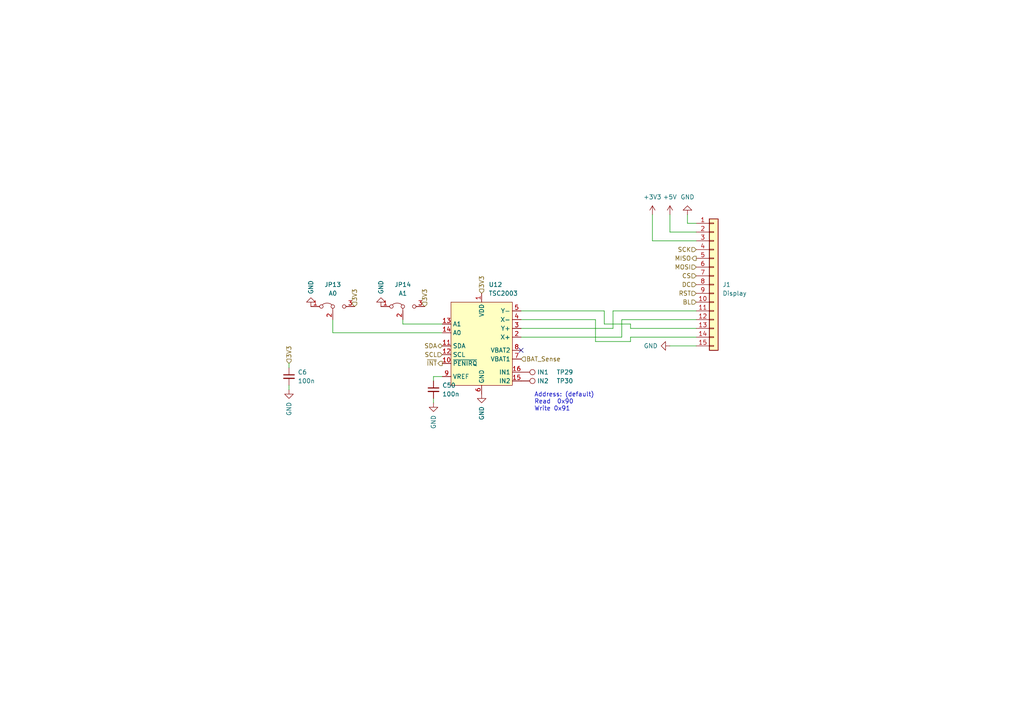
<source format=kicad_sch>
(kicad_sch (version 20211123) (generator eeschema)
  (paper "A4")
  (lib_symbols
    (symbol "Connector:TestPoint" (pin_numbers hide) (pin_names (offset 0.762) hide)
      (property "Reference" "TP" (at 0 6.858 0))
      (property "Value" "TestPoint" (at 0 5.08 0))
      (symbol "TestPoint_0_1"
        (circle (center 0 3.302) (radius 0.762))
      )
      (symbol "TestPoint_1_1"
        (pin passive line (at 0 0 90) (length 2.54) (name "1") (number "1"))
      )
    )
    (symbol "Connector_Generic:Conn_01x15" (pin_names (offset 1.016) hide)
      (property "Reference" "J" (at 0 20.32 0))
      (property "Value" "Conn_01x15" (at 0 -20.32 0))
      (symbol "Conn_01x15_1_1"
        (rectangle (start -1.27 -17.653) (end 0 -17.907) (stroke (width 0.1524)))
        (rectangle (start -1.27 -15.113) (end 0 -15.367) (stroke (width 0.1524)))
        (rectangle (start -1.27 -12.573) (end 0 -12.827) (stroke (width 0.1524)))
        (rectangle (start -1.27 -10.033) (end 0 -10.287) (stroke (width 0.1524)))
        (rectangle (start -1.27 -7.493) (end 0 -7.747) (stroke (width 0.1524)))
        (rectangle (start -1.27 -4.953) (end 0 -5.207) (stroke (width 0.1524)))
        (rectangle (start -1.27 -2.413) (end 0 -2.667) (stroke (width 0.1524)))
        (rectangle (start -1.27 0.127) (end 0 -0.127) (stroke (width 0.1524)))
        (rectangle (start -1.27 2.667) (end 0 2.413) (stroke (width 0.1524)))
        (rectangle (start -1.27 5.207) (end 0 4.953) (stroke (width 0.1524)))
        (rectangle (start -1.27 7.747) (end 0 7.493) (stroke (width 0.1524)))
        (rectangle (start -1.27 10.287) (end 0 10.033) (stroke (width 0.1524)))
        (rectangle (start -1.27 12.827) (end 0 12.573) (stroke (width 0.1524)))
        (rectangle (start -1.27 15.367) (end 0 15.113) (stroke (width 0.1524)))
        (rectangle (start -1.27 17.907) (end 0 17.653) (stroke (width 0.1524)))
        (rectangle (start -1.27 19.05) (end 1.27 -19.05) (stroke (width 0.254)) (fill (type background)))
        (pin passive line (at -5.08 17.78 0) (length 3.81) (name "Pin_1") (number "1"))
        (pin passive line (at -5.08 -5.08 0) (length 3.81) (name "Pin_10") (number "10"))
        (pin passive line (at -5.08 -7.62 0) (length 3.81) (name "Pin_11") (number "11"))
        (pin passive line (at -5.08 -10.16 0) (length 3.81) (name "Pin_12") (number "12"))
        (pin passive line (at -5.08 -12.7 0) (length 3.81) (name "Pin_13") (number "13"))
        (pin passive line (at -5.08 -15.24 0) (length 3.81) (name "Pin_14") (number "14"))
        (pin passive line (at -5.08 -17.78 0) (length 3.81) (name "Pin_15") (number "15"))
        (pin passive line (at -5.08 15.24 0) (length 3.81) (name "Pin_2") (number "2"))
        (pin passive line (at -5.08 12.7 0) (length 3.81) (name "Pin_3") (number "3"))
        (pin passive line (at -5.08 10.16 0) (length 3.81) (name "Pin_4") (number "4"))
        (pin passive line (at -5.08 7.62 0) (length 3.81) (name "Pin_5") (number "5"))
        (pin passive line (at -5.08 5.08 0) (length 3.81) (name "Pin_6") (number "6"))
        (pin passive line (at -5.08 2.54 0) (length 3.81) (name "Pin_7") (number "7"))
        (pin passive line (at -5.08 0 0) (length 3.81) (name "Pin_8") (number "8"))
        (pin passive line (at -5.08 -2.54 0) (length 3.81) (name "Pin_9") (number "9"))
      )
    )
    (symbol "Device:C_Small" (pin_numbers hide) (pin_names (offset 0.254) hide)
      (property "Reference" "C" (at 0.254 1.778 0))
      (property "Value" "C_Small" (at 0.254 -2.032 0))
      (symbol "C_Small_0_1"
        (polyline (pts (xy -1.524 -0.508) (xy 1.524 -0.508)) (stroke (width 0.3302)))
        (polyline (pts (xy -1.524 0.508) (xy 1.524 0.508)) (stroke (width 0.3048)))
      )
      (symbol "C_Small_1_1"
        (pin passive line (at 0 2.54 270) (length 2.032) (name "~") (number "1"))
        (pin passive line (at 0 -2.54 90) (length 2.032) (name "~") (number "2"))
      )
    )
    (symbol "Jumper:Jumper_3_Bridged12" (pin_names (offset 0) hide)
      (property "Reference" "JP" (at -2.54 -2.54 0))
      (property "Value" "Jumper_3_Bridged12" (at 0 2.794 0))
      (symbol "Jumper_3_Bridged12_0_0"
        (circle (center -3.302 0) (radius 0.508))
        (circle (center 0 0) (radius 0.508))
        (circle (center 3.302 0) (radius 0.508))
      )
      (symbol "Jumper_3_Bridged12_0_1"
        (arc (start -0.254 0.508) (mid -1.651 0.9912) (end -3.048 0.508))
        (polyline (pts (xy 0 -1.27) (xy 0 -0.508)))
      )
      (symbol "Jumper_3_Bridged12_1_1"
        (pin passive line (at -6.35 0 0) (length 2.54) (name "A") (number "1"))
        (pin passive line (at 0 -3.81 90) (length 2.54) (name "C") (number "2"))
        (pin passive line (at 6.35 0 180) (length 2.54) (name "B") (number "3"))
      )
    )
    (symbol "ownLib:TSC2003"
      (property "Reference" "U" (at 0 17.78 0))
      (property "Value" "TSC2003" (at 0 20.32 0))
      (symbol "TSC2003_0_0"
        (pin power_in line (at 0 15.24 270) (length 2.54) (name "VDD") (number "1"))
        (pin output line (at -11.43 -5.08 0) (length 2.54) (name "~{PENIRQ}") (number "10"))
        (pin bidirectional line (at -11.43 0 0) (length 2.54) (name "SDA") (number "11"))
        (pin input line (at -11.43 -2.54 0) (length 2.54) (name "SCL") (number "12"))
        (pin input line (at -11.43 6.35 0) (length 2.54) (name "A1") (number "13"))
        (pin input line (at -11.43 3.81 0) (length 2.54) (name "A0") (number "14"))
        (pin input line (at 11.43 -10.16 180) (length 2.54) (name "IN2") (number "15"))
        (pin input line (at 11.43 -7.62 180) (length 2.54) (name "IN1") (number "16"))
        (pin input line (at 11.43 2.54 180) (length 2.54) (name "X+") (number "2"))
        (pin input line (at 11.43 5.08 180) (length 2.54) (name "Y+") (number "3"))
        (pin input line (at 11.43 7.62 180) (length 2.54) (name "X-") (number "4"))
        (pin input line (at 11.43 10.16 180) (length 2.54) (name "Y-") (number "5"))
        (pin power_in line (at 0 -13.97 90) (length 2.54) (name "GND") (number "6"))
        (pin power_in line (at 11.43 -3.81 180) (length 2.54) (name "VBAT1") (number "7"))
        (pin power_in line (at 11.43 -1.27 180) (length 2.54) (name "VBAT2") (number "8"))
        (pin bidirectional line (at -11.43 -8.89 0) (length 2.54) (name "VREF") (number "9"))
      )
      (symbol "TSC2003_0_1"
        (rectangle (start -8.89 12.7) (end 8.89 -11.43) (fill (type background)))
      )
    )
    (symbol "power:+3V3" (power) (pin_names (offset 0))
      (property "Value" "+3V3" (at 0 3.556 0))
      (symbol "+3V3_0_1"
        (polyline (pts (xy -0.762 1.27) (xy 0 2.54)))
        (polyline (pts (xy 0 0) (xy 0 2.54)))
        (polyline (pts (xy 0 2.54) (xy 0.762 1.27)))
      )
      (symbol "+3V3_1_1"
        (pin power_in line (at 0 0 90) (length 0) hide (name "+3V3") (number "1"))
      )
    )
    (symbol "power:+5V" (power) (pin_names (offset 0))
      (property "Value" "+5V" (at 0 3.556 0))
      (symbol "+5V_0_1"
        (polyline (pts (xy -0.762 1.27) (xy 0 2.54)))
        (polyline (pts (xy 0 0) (xy 0 2.54)))
        (polyline (pts (xy 0 2.54) (xy 0.762 1.27)))
      )
      (symbol "+5V_1_1"
        (pin power_in line (at 0 0 90) (length 0) hide (name "+5V") (number "1"))
      )
    )
    (symbol "power:GND" (power) (pin_names (offset 0))
      (property "Value" "GND" (at 0 -3.81 0))
      (symbol "GND_0_1"
        (polyline (pts (xy 0 0) (xy 0 -1.27) (xy 1.27 -1.27) (xy 0 -2.54) (xy -1.27 -1.27) (xy 0 -1.27)))
      )
      (symbol "GND_1_1"
        (pin power_in line (at 0 0 270) (length 0) hide (name "GND") (number "1"))
      )
    )
  )
  (no_connect (at 151.13 101.6))
  (wire (pts (xy 199.39 64.77) (xy 201.93 64.77)))
  (wire (pts (xy 182.88 93.98) (xy 182.88 95.25)))
  (wire (pts (xy 182.88 99.06) (xy 182.88 97.79)))
  (wire (pts (xy 201.93 90.17) (xy 177.8 90.17)))
  (wire (pts (xy 194.31 67.31) (xy 201.93 67.31)))
  (wire (pts (xy 172.72 99.06) (xy 182.88 99.06)))
  (wire (pts (xy 116.84 92.71) (xy 116.84 93.98)))
  (wire (pts (xy 194.31 62.23) (xy 194.31 67.31)))
  (wire (pts (xy 83.82 105.41) (xy 83.82 106.68)))
  (wire (pts (xy 151.13 90.17) (xy 175.26 90.17)))
  (wire (pts (xy 83.82 111.76) (xy 83.82 113.03)))
  (wire (pts (xy 189.23 69.85) (xy 201.93 69.85)))
  (wire (pts (xy 175.26 93.98) (xy 182.88 93.98)))
  (wire (pts (xy 175.26 90.17) (xy 175.26 93.98)))
  (wire (pts (xy 182.88 97.79) (xy 201.93 97.79)))
  (wire (pts (xy 116.84 93.98) (xy 128.27 93.98)))
  (wire (pts (xy 199.39 62.23) (xy 199.39 64.77)))
  (wire (pts (xy 189.23 62.23) (xy 189.23 69.85)))
  (wire (pts (xy 125.73 109.22) (xy 125.73 110.49)))
  (wire (pts (xy 128.27 109.22) (xy 125.73 109.22)))
  (wire (pts (xy 182.88 95.25) (xy 201.93 95.25)))
  (wire (pts (xy 96.52 96.52) (xy 96.52 92.71)))
  (wire (pts (xy 128.27 96.52) (xy 96.52 96.52)))
  (wire (pts (xy 180.34 97.79) (xy 180.34 92.71)))
  (wire (pts (xy 180.34 92.71) (xy 201.93 92.71)))
  (wire (pts (xy 177.8 90.17) (xy 177.8 95.25)))
  (wire (pts (xy 151.13 92.71) (xy 172.72 92.71)))
  (wire (pts (xy 151.13 97.79) (xy 180.34 97.79)))
  (wire (pts (xy 194.31 100.33) (xy 201.93 100.33)))
  (wire (pts (xy 177.8 95.25) (xy 151.13 95.25)))
  (wire (pts (xy 125.73 115.57) (xy 125.73 116.84)))
  (wire (pts (xy 172.72 92.71) (xy 172.72 99.06)))
  (text "Address: (default)\nRead  0x90\nWrite 0x91" (at 154.94 119.38 0) (effects (font (size 1.27 1.27)) (justify left bottom)))
  (hierarchical_label "3V3" (shape input) (at 102.87 88.9 90))
  (hierarchical_label "SCK" (shape input) (at 201.93 72.39 180))
  (hierarchical_label "BL" (shape input) (at 201.93 87.63 180))
  (hierarchical_label "3V3" (shape input) (at 123.19 88.9 90))
  (hierarchical_label "~{INT}" (shape output) (at 128.27 105.41 180))
  (hierarchical_label "DC" (shape input) (at 201.93 82.55 180))
  (hierarchical_label "3V3" (shape input) (at 139.7 85.09 90))
  (hierarchical_label "MISO" (shape output) (at 201.93 74.93 180))
  (hierarchical_label "3V3" (shape input) (at 83.82 105.41 90))
  (hierarchical_label "SDA" (shape bidirectional) (at 128.27 100.33 180))
  (hierarchical_label "CS" (shape input) (at 201.93 80.01 180))
  (hierarchical_label "BAT_Sense" (shape input) (at 151.13 104.14 0))
  (hierarchical_label "RST" (shape input) (at 201.93 85.09 180))
  (hierarchical_label "MOSI" (shape input) (at 201.93 77.47 180))
  (hierarchical_label "SCL" (shape input) (at 128.27 102.87 180))
  (symbol (lib_id "power:GND") (at 194.31 100.33 270) (unit 1)
    (property "Reference" "#PWR078" (effects hide))
    (property "Value" "GND" (at 186.69 100.33 90) (effects (justify left)))
  )
  (symbol (lib_id "power:GND") (at 110.49 88.9 180) (unit 1)
    (property "Reference" "#PWR06" (effects hide))
    (property "Value" "GND" (at 110.49 81.28 90) (effects (justify left)))
  )
  (symbol (lib_id "power:GND") (at 90.17 88.9 180) (unit 1)
    (property "Reference" "#PWR05" (effects hide))
    (property "Value" "GND" (at 90.17 81.28 90) (effects (justify left)))
  )
  (symbol (lib_id "ownLib:TSC2003") (at 139.7 100.33 0) (unit 1)
    (property "Reference" "U12" (at 141.7194 82.55 0) (effects (justify left)))
    (property "Value" "TSC2003" (at 141.7194 85.09 0) (effects (justify left)))
    (property "Footprint" "ownLib:TSSOP-16_4.4x5mm_P0.65mm_EP3x3mm" (effects hide))
    (property "Datasheet" "https://www.ti.com/lit/ds/symlink/tsc2003-q1.pdf?HQS=dis-mous-null-mousermode-dsf-pf-null-wwe&ts=1656421486097&ref_url=https%253A%252F%252Fwww.mouser.de%252F" (effects hide))
  )
  (symbol (lib_id "Device:C_Small") (at 83.82 109.22 0) (unit 1)
    (property "Reference" "C6" (at 86.36 107.9562 0) (effects (justify left)))
    (property "Value" "100n" (at 86.36 110.4962 0) (effects (justify left)))
    (property "Footprint" "Capacitor_SMD:C_0402_1005Metric" (effects hide))
  )
  (symbol (lib_id "Connector_Generic:Conn_01x15") (at 207.01 82.55 0) (unit 1)
    (property "Reference" "J1" (at 209.55 82.5499 0) (effects (justify left)))
    (property "Value" "Display" (at 209.55 85.0899 0) (effects (justify left)))
    (property "Footprint" "Connector_PinHeader_2.54mm:PinHeader_1x15_P2.54mm_Vertical" (effects hide))
  )
  (symbol (lib_id "Device:C_Small") (at 125.73 113.03 0) (unit 1)
    (property "Reference" "C50" (at 128.27 111.7662 0) (effects (justify left)))
    (property "Value" "100n" (at 128.27 114.3062 0) (effects (justify left)))
    (property "Footprint" "Capacitor_SMD:C_0402_1005Metric" (effects hide))
  )
  (symbol (lib_id "Connector:TestPoint") (at 151.13 110.49 270) (unit 1)
    (property "Reference" "TP30" (at 163.83 110.49 90))
    (property "Value" "IN2" (at 157.48 110.49 90))
    (property "Footprint" "TestPoint:TestPoint_Pad_D1.0mm" (effects hide))
  )
  (symbol (lib_id "Jumper:Jumper_3_Bridged12") (at 96.52 88.9 0) (unit 1)
    (property "Reference" "JP13" (at 96.52 82.55 0))
    (property "Value" "A0" (at 96.52 85.09 0))
    (property "Footprint" "Jumper:SolderJumper-3_P1.3mm_Bridged12_Pad1.0x1.5mm" (effects hide))
  )
  (symbol (lib_id "power:+3V3") (at 189.23 62.23 0) (unit 1)
    (property "Reference" "#PWR019" (effects hide))
    (property "Value" "+3V3" (at 189.23 57.15 0))
  )
  (symbol (lib_id "power:GND") (at 139.7 114.3 0) (unit 1)
    (property "Reference" "#PWR016" (effects hide))
    (property "Value" "GND" (at 139.7 121.92 90) (effects (justify left)))
  )
  (symbol (lib_id "power:GND") (at 199.39 62.23 180) (unit 1)
    (property "Reference" "#PWR079" (effects hide))
    (property "Value" "GND" (at 199.39 57.15 0))
  )
  (symbol (lib_id "power:GND") (at 125.73 116.84 0) (unit 1)
    (property "Reference" "#PWR012" (effects hide))
    (property "Value" "GND" (at 125.73 124.46 90) (effects (justify left)))
  )
  (symbol (lib_id "power:GND") (at 83.82 113.03 0) (unit 1)
    (property "Reference" "#PWR04" (effects hide))
    (property "Value" "GND" (at 83.82 120.65 90) (effects (justify left)))
  )
  (symbol (lib_id "power:+5V") (at 194.31 62.23 0) (unit 1)
    (property "Reference" "#PWR077" (effects hide))
    (property "Value" "+5V" (at 194.31 57.15 0))
  )
  (symbol (lib_id "Connector:TestPoint") (at 151.13 107.95 270) (unit 1)
    (property "Reference" "TP29" (at 163.83 107.95 90))
    (property "Value" "IN1" (at 157.48 107.95 90))
    (property "Footprint" "TestPoint:TestPoint_Pad_D1.0mm" (effects hide))
  )
  (symbol (lib_id "Jumper:Jumper_3_Bridged12") (at 116.84 88.9 0) (unit 1)
    (property "Reference" "JP14" (at 116.84 82.55 0))
    (property "Value" "A1" (at 116.84 85.09 0))
    (property "Footprint" "Jumper:SolderJumper-3_P1.3mm_Bridged12_Pad1.0x1.5mm" (effects hide))
  )
)
</source>
